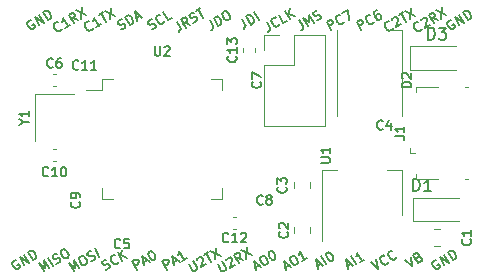
<source format=gbr>
%TF.GenerationSoftware,KiCad,Pcbnew,5.1.6+dfsg1-1*%
%TF.CreationDate,2020-06-20T18:18:21+08:00*%
%TF.ProjectId,stm32dev,73746d33-3264-4657-962e-6b696361645f,a*%
%TF.SameCoordinates,Original*%
%TF.FileFunction,Legend,Top*%
%TF.FilePolarity,Positive*%
%FSLAX46Y46*%
G04 Gerber Fmt 4.6, Leading zero omitted, Abs format (unit mm)*
G04 Created by KiCad (PCBNEW 5.1.6+dfsg1-1) date 2020-06-20 18:18:21*
%MOMM*%
%LPD*%
G01*
G04 APERTURE LIST*
%ADD10C,0.150000*%
%ADD11C,0.120000*%
G04 APERTURE END LIST*
D10*
X172627136Y-87588351D02*
X172542106Y-87593455D01*
X172443132Y-87650598D01*
X172363205Y-87740732D01*
X172335317Y-87844810D01*
X172340421Y-87929841D01*
X172383620Y-88080854D01*
X172440763Y-88179829D01*
X172549945Y-88292747D01*
X172621031Y-88339682D01*
X172725110Y-88367570D01*
X172843132Y-88343418D01*
X172909114Y-88305323D01*
X172989041Y-88215189D01*
X173002985Y-88163150D01*
X172869652Y-87932210D01*
X172737686Y-88008400D01*
X173338003Y-88057704D02*
X172938003Y-87364884D01*
X173733901Y-87829133D01*
X173333901Y-87136312D01*
X174063815Y-87638656D02*
X173663815Y-86945836D01*
X173828772Y-86850598D01*
X173946794Y-86826446D01*
X174050872Y-86854334D01*
X174121959Y-86901269D01*
X174231141Y-87014188D01*
X174288284Y-87113162D01*
X174331483Y-87264175D01*
X174336587Y-87349206D01*
X174308699Y-87453284D01*
X174228772Y-87543418D01*
X174063815Y-87638656D01*
X170166062Y-88334578D02*
X170152118Y-88386617D01*
X170072191Y-88476752D01*
X170006209Y-88514847D01*
X169888187Y-88538998D01*
X169784108Y-88511111D01*
X169713022Y-88464175D01*
X169603840Y-88351257D01*
X169546697Y-88252283D01*
X169503498Y-88101269D01*
X169498394Y-88016239D01*
X169526282Y-87912161D01*
X169606209Y-87822026D01*
X169672191Y-87783931D01*
X169790213Y-87759780D01*
X169842252Y-87773724D01*
X170106184Y-87621343D02*
X170120128Y-87569304D01*
X170167063Y-87498217D01*
X170332020Y-87402979D01*
X170417051Y-87397875D01*
X170469090Y-87411819D01*
X170540177Y-87458754D01*
X170578272Y-87524737D01*
X170602423Y-87642759D01*
X170435097Y-88267228D01*
X170863986Y-88019609D01*
X171556806Y-87619609D02*
X171135390Y-87423028D01*
X171160909Y-87848180D02*
X170760909Y-87155360D01*
X171024841Y-87002979D01*
X171109871Y-86997875D01*
X171161910Y-87011819D01*
X171232997Y-87058754D01*
X171290140Y-87157728D01*
X171295244Y-87242759D01*
X171281300Y-87294798D01*
X171234364Y-87365885D01*
X170970433Y-87518266D01*
X171387747Y-86793455D02*
X172249627Y-87219609D01*
X171849627Y-86526788D02*
X171787747Y-87486275D01*
X167708541Y-88286959D02*
X167694597Y-88338998D01*
X167614670Y-88429133D01*
X167548687Y-88467228D01*
X167430665Y-88491379D01*
X167326587Y-88463492D01*
X167255500Y-88416556D01*
X167146318Y-88303638D01*
X167089176Y-88204664D01*
X167045977Y-88053650D01*
X167040873Y-87968620D01*
X167068760Y-87864542D01*
X167148687Y-87774407D01*
X167214670Y-87736312D01*
X167332692Y-87712161D01*
X167384731Y-87726105D01*
X167648663Y-87573724D02*
X167662606Y-87521685D01*
X167709542Y-87450598D01*
X167874499Y-87355360D01*
X167959529Y-87350256D01*
X168011569Y-87364200D01*
X168082655Y-87411135D01*
X168120750Y-87477118D01*
X168144902Y-87595140D01*
X167977576Y-88219609D01*
X168406465Y-87971990D01*
X168204413Y-87164884D02*
X168600311Y-86936312D01*
X168802362Y-87743418D02*
X168402362Y-87050598D01*
X168765268Y-86841074D02*
X169627148Y-87267228D01*
X169227148Y-86574407D02*
X169165268Y-87533894D01*
X165058174Y-88438656D02*
X164658174Y-87745836D01*
X164922106Y-87593455D01*
X165007136Y-87588351D01*
X165059175Y-87602295D01*
X165130262Y-87649230D01*
X165187405Y-87748205D01*
X165192509Y-87833235D01*
X165178565Y-87885274D01*
X165131630Y-87956361D01*
X164867698Y-88108742D01*
X166108797Y-87744102D02*
X166094853Y-87796141D01*
X166014926Y-87886275D01*
X165948943Y-87924371D01*
X165830921Y-87948522D01*
X165726843Y-87920634D01*
X165655757Y-87873699D01*
X165546575Y-87760781D01*
X165489432Y-87661807D01*
X165446233Y-87510793D01*
X165441129Y-87425763D01*
X165469017Y-87321685D01*
X165548943Y-87231550D01*
X165614926Y-87193455D01*
X165732948Y-87169304D01*
X165784987Y-87183247D01*
X166340738Y-86774407D02*
X166208772Y-86850598D01*
X166161837Y-86921685D01*
X166147893Y-86973724D01*
X166139053Y-87110793D01*
X166182252Y-87261807D01*
X166334633Y-87525738D01*
X166405720Y-87572673D01*
X166457759Y-87586617D01*
X166542789Y-87581513D01*
X166674755Y-87505323D01*
X166721690Y-87434236D01*
X166735634Y-87382197D01*
X166730530Y-87297167D01*
X166635292Y-87132210D01*
X166564206Y-87085274D01*
X166512167Y-87071330D01*
X166427136Y-87076434D01*
X166295170Y-87152625D01*
X166248235Y-87223711D01*
X166234291Y-87275750D01*
X166239395Y-87360781D01*
X162518174Y-88438656D02*
X162118174Y-87745836D01*
X162382106Y-87593455D01*
X162467136Y-87588351D01*
X162519175Y-87602295D01*
X162590262Y-87649230D01*
X162647405Y-87748205D01*
X162652509Y-87833235D01*
X162638565Y-87885274D01*
X162591630Y-87956361D01*
X162327698Y-88108742D01*
X163568797Y-87744102D02*
X163554853Y-87796141D01*
X163474926Y-87886275D01*
X163408943Y-87924371D01*
X163290921Y-87948522D01*
X163186843Y-87920634D01*
X163115757Y-87873699D01*
X163006575Y-87760781D01*
X162949432Y-87661807D01*
X162906233Y-87510793D01*
X162901129Y-87425763D01*
X162929017Y-87321685D01*
X163008943Y-87231550D01*
X163074926Y-87193455D01*
X163192948Y-87169304D01*
X163244987Y-87183247D01*
X163437832Y-86983931D02*
X163899712Y-86717265D01*
X164002789Y-87581513D01*
X159809114Y-87612503D02*
X160094829Y-88107374D01*
X160118980Y-88225396D01*
X160091092Y-88329474D01*
X160011166Y-88419609D01*
X159945183Y-88457704D01*
X160539029Y-88114847D02*
X160139029Y-87422026D01*
X160655683Y-87783565D01*
X160600909Y-87155360D01*
X161000909Y-87848180D01*
X161278784Y-87643760D02*
X161396806Y-87619609D01*
X161561764Y-87524371D01*
X161608699Y-87453284D01*
X161622643Y-87401245D01*
X161617539Y-87316214D01*
X161579444Y-87250231D01*
X161508357Y-87203296D01*
X161456318Y-87189352D01*
X161371287Y-87194456D01*
X161220274Y-87237655D01*
X161135244Y-87242759D01*
X161083204Y-87228815D01*
X161012118Y-87181880D01*
X160974023Y-87115897D01*
X160968919Y-87030866D01*
X160982863Y-86978827D01*
X161029798Y-86907741D01*
X161194755Y-86812503D01*
X161312777Y-86788351D01*
X157021679Y-87755360D02*
X157307393Y-88250231D01*
X157331544Y-88368253D01*
X157303657Y-88472332D01*
X157223730Y-88562466D01*
X157157747Y-88600561D01*
X158109395Y-87963150D02*
X158095451Y-88015189D01*
X158015525Y-88105323D01*
X157949542Y-88143418D01*
X157831520Y-88167570D01*
X157727442Y-88139682D01*
X157656355Y-88092747D01*
X157547173Y-87979829D01*
X157490030Y-87880854D01*
X157446831Y-87729841D01*
X157441727Y-87644810D01*
X157469615Y-87540732D01*
X157549542Y-87450598D01*
X157615525Y-87412503D01*
X157733547Y-87388351D01*
X157785586Y-87402295D01*
X158774328Y-87667228D02*
X158444413Y-87857704D01*
X158044413Y-87164884D01*
X159005268Y-87533894D02*
X158605268Y-86841074D01*
X159401165Y-87305323D02*
X158875671Y-87080854D01*
X159001165Y-86612503D02*
X158833839Y-87236971D01*
X154943559Y-87488693D02*
X155229273Y-87983565D01*
X155253425Y-88101587D01*
X155225537Y-88205665D01*
X155145610Y-88295799D01*
X155079627Y-88333894D01*
X155673473Y-87991037D02*
X155273473Y-87298217D01*
X155438430Y-87202979D01*
X155556452Y-87178827D01*
X155660531Y-87206715D01*
X155731617Y-87253650D01*
X155840799Y-87366569D01*
X155897942Y-87465543D01*
X155941141Y-87616556D01*
X155946245Y-87701587D01*
X155918357Y-87805665D01*
X155838430Y-87895799D01*
X155673473Y-87991037D01*
X156366294Y-87591037D02*
X155966294Y-86898217D01*
X152205610Y-87602979D02*
X152491324Y-88097851D01*
X152515476Y-88215872D01*
X152487588Y-88319951D01*
X152407662Y-88410085D01*
X152341679Y-88448180D01*
X152935525Y-88105323D02*
X152535525Y-87412503D01*
X152700482Y-87317265D01*
X152818504Y-87293113D01*
X152922582Y-87321001D01*
X152993669Y-87367936D01*
X153102851Y-87480854D01*
X153159993Y-87579829D01*
X153203192Y-87730842D01*
X153208296Y-87815872D01*
X153180409Y-87919951D01*
X153100482Y-88010085D01*
X152935525Y-88105323D01*
X153360311Y-86936312D02*
X153492276Y-86860122D01*
X153577307Y-86855018D01*
X153681385Y-86882906D01*
X153790567Y-86995824D01*
X153923900Y-87226764D01*
X153967099Y-87377777D01*
X153939212Y-87481855D01*
X153892276Y-87552942D01*
X153760311Y-87629133D01*
X153675280Y-87634236D01*
X153571202Y-87606349D01*
X153462020Y-87493430D01*
X153328687Y-87262490D01*
X153285488Y-87111477D01*
X153313375Y-87007399D01*
X153360311Y-86936312D01*
X149434670Y-87736312D02*
X149720384Y-88231184D01*
X149744536Y-88349206D01*
X149716648Y-88453284D01*
X149636721Y-88543418D01*
X149570739Y-88581513D01*
X150560482Y-88010085D02*
X150139066Y-87813504D01*
X150164584Y-88238656D02*
X149764584Y-87545836D01*
X150028516Y-87393455D01*
X150113547Y-87388351D01*
X150165586Y-87402295D01*
X150236672Y-87449230D01*
X150293815Y-87548205D01*
X150298919Y-87633235D01*
X150284975Y-87685274D01*
X150238040Y-87756361D01*
X149974108Y-87908742D01*
X150805366Y-87824712D02*
X150923388Y-87800561D01*
X151088345Y-87705323D01*
X151135280Y-87634236D01*
X151149224Y-87582197D01*
X151144120Y-87497167D01*
X151106025Y-87431184D01*
X151034938Y-87384249D01*
X150982899Y-87370305D01*
X150897869Y-87375409D01*
X150746855Y-87418608D01*
X150661825Y-87423711D01*
X150609786Y-87409768D01*
X150538699Y-87362832D01*
X150500604Y-87296849D01*
X150495500Y-87211819D01*
X150509444Y-87159780D01*
X150556379Y-87088693D01*
X150721336Y-86993455D01*
X150839358Y-86969304D01*
X151018259Y-86822026D02*
X151414157Y-86593455D01*
X151616208Y-87400561D02*
X151216208Y-86707741D01*
X147292118Y-88386617D02*
X147410140Y-88362466D01*
X147575097Y-88267228D01*
X147622033Y-88196141D01*
X147635976Y-88144102D01*
X147630873Y-88059071D01*
X147592777Y-87993089D01*
X147521691Y-87946153D01*
X147469652Y-87932210D01*
X147384621Y-87937313D01*
X147233608Y-87980512D01*
X147148577Y-87985616D01*
X147096538Y-87971672D01*
X147025451Y-87924737D01*
X146987356Y-87858754D01*
X146982252Y-87773724D01*
X146996196Y-87721685D01*
X147043132Y-87650598D01*
X147208089Y-87555360D01*
X147326111Y-87531208D01*
X148361788Y-87725054D02*
X148347844Y-87777093D01*
X148267918Y-87867228D01*
X148201935Y-87905323D01*
X148083913Y-87929474D01*
X147979835Y-87901587D01*
X147908748Y-87854651D01*
X147799566Y-87741733D01*
X147742423Y-87642759D01*
X147699224Y-87491746D01*
X147694120Y-87406715D01*
X147722008Y-87302637D01*
X147801935Y-87212503D01*
X147867918Y-87174407D01*
X147985940Y-87150256D01*
X148037979Y-87164200D01*
X149026721Y-87429133D02*
X148696806Y-87619609D01*
X148296806Y-86926788D01*
X144735622Y-88396141D02*
X144853644Y-88371990D01*
X145018602Y-88276752D01*
X145065537Y-88205665D01*
X145079481Y-88153626D01*
X145074377Y-88068595D01*
X145036282Y-88002612D01*
X144965195Y-87955677D01*
X144913156Y-87941733D01*
X144828125Y-87946837D01*
X144677112Y-87990036D01*
X144592082Y-87995140D01*
X144540042Y-87981196D01*
X144468956Y-87934261D01*
X144430861Y-87868278D01*
X144425757Y-87783247D01*
X144439701Y-87731208D01*
X144486636Y-87660122D01*
X144651593Y-87564884D01*
X144769615Y-87540732D01*
X145447490Y-88029133D02*
X145047490Y-87336312D01*
X145212448Y-87241074D01*
X145330470Y-87216923D01*
X145434548Y-87244810D01*
X145505634Y-87291746D01*
X145614816Y-87404664D01*
X145671959Y-87503638D01*
X145715158Y-87654651D01*
X145720262Y-87739682D01*
X145692374Y-87843760D01*
X145612448Y-87933894D01*
X145447490Y-88029133D01*
X145993034Y-87450231D02*
X146322948Y-87259755D01*
X146041336Y-87686275D02*
X145872276Y-86860122D01*
X146503217Y-87419609D01*
X142308541Y-88286959D02*
X142294597Y-88338998D01*
X142214670Y-88429133D01*
X142148687Y-88467228D01*
X142030665Y-88491379D01*
X141926587Y-88463492D01*
X141855500Y-88416556D01*
X141746318Y-88303638D01*
X141689176Y-88204664D01*
X141645977Y-88053650D01*
X141640873Y-87968620D01*
X141668760Y-87864542D01*
X141748687Y-87774407D01*
X141814670Y-87736312D01*
X141932692Y-87712161D01*
X141984731Y-87726105D01*
X143006465Y-87971990D02*
X142610567Y-88200561D01*
X142808516Y-88086275D02*
X142408516Y-87393455D01*
X142399676Y-87530525D01*
X142371788Y-87634603D01*
X142324853Y-87705689D01*
X142804413Y-87164884D02*
X143200311Y-86936312D01*
X143402362Y-87743418D02*
X143002362Y-87050598D01*
X143365268Y-86841074D02*
X144227148Y-87267228D01*
X143827148Y-86574407D02*
X143765268Y-87533894D01*
X139686062Y-88334578D02*
X139672118Y-88386617D01*
X139592191Y-88476752D01*
X139526209Y-88514847D01*
X139408187Y-88538998D01*
X139304108Y-88511111D01*
X139233022Y-88464175D01*
X139123840Y-88351257D01*
X139066697Y-88252283D01*
X139023498Y-88101269D01*
X139018394Y-88016239D01*
X139046282Y-87912161D01*
X139126209Y-87822026D01*
X139192191Y-87783931D01*
X139310213Y-87759780D01*
X139362252Y-87773724D01*
X140383986Y-88019609D02*
X139988089Y-88248180D01*
X140186037Y-88133894D02*
X139786037Y-87441074D01*
X139777197Y-87578144D01*
X139749310Y-87682222D01*
X139702374Y-87753308D01*
X141076806Y-87619609D02*
X140655390Y-87423028D01*
X140680909Y-87848180D02*
X140280909Y-87155360D01*
X140544841Y-87002979D01*
X140629871Y-86997875D01*
X140681910Y-87011819D01*
X140752997Y-87058754D01*
X140810140Y-87157728D01*
X140815244Y-87242759D01*
X140801300Y-87294798D01*
X140754364Y-87365885D01*
X140490433Y-87518266D01*
X140907747Y-86793455D02*
X141769627Y-87219609D01*
X141369627Y-86526788D02*
X141307747Y-87486275D01*
X137067136Y-87588351D02*
X136982106Y-87593455D01*
X136883132Y-87650598D01*
X136803205Y-87740732D01*
X136775317Y-87844810D01*
X136780421Y-87929841D01*
X136823620Y-88080854D01*
X136880763Y-88179829D01*
X136989945Y-88292747D01*
X137061031Y-88339682D01*
X137165110Y-88367570D01*
X137283132Y-88343418D01*
X137349114Y-88305323D01*
X137429041Y-88215189D01*
X137442985Y-88163150D01*
X137309652Y-87932210D01*
X137177686Y-88008400D01*
X137778003Y-88057704D02*
X137378003Y-87364884D01*
X138173901Y-87829133D01*
X137773901Y-87136312D01*
X138503815Y-87638656D02*
X138103815Y-86945836D01*
X138268772Y-86850598D01*
X138386794Y-86826446D01*
X138490872Y-86854334D01*
X138561959Y-86901269D01*
X138671141Y-87014188D01*
X138728284Y-87113162D01*
X138771483Y-87264175D01*
X138776587Y-87349206D01*
X138748699Y-87453284D01*
X138668772Y-87543418D01*
X138503815Y-87638656D01*
X171357136Y-107908351D02*
X171272106Y-107913455D01*
X171173132Y-107970598D01*
X171093205Y-108060732D01*
X171065317Y-108164810D01*
X171070421Y-108249841D01*
X171113620Y-108400854D01*
X171170763Y-108499829D01*
X171279945Y-108612747D01*
X171351031Y-108659682D01*
X171455110Y-108687570D01*
X171573132Y-108663418D01*
X171639114Y-108625323D01*
X171719041Y-108535189D01*
X171732985Y-108483150D01*
X171599652Y-108252210D01*
X171467686Y-108328400D01*
X172068003Y-108377704D02*
X171668003Y-107684884D01*
X172463901Y-108149133D01*
X172063901Y-107456312D01*
X172793815Y-107958656D02*
X172393815Y-107265836D01*
X172558772Y-107170598D01*
X172676794Y-107146446D01*
X172780872Y-107174334D01*
X172851959Y-107221269D01*
X172961141Y-107334188D01*
X173018284Y-107433162D01*
X173061483Y-107584175D01*
X173066587Y-107669206D01*
X173038699Y-107773284D01*
X172958772Y-107863418D01*
X172793815Y-107958656D01*
X168748602Y-107903931D02*
X169379542Y-108463418D01*
X169210482Y-107637265D01*
X169862838Y-107700512D02*
X169980860Y-107676361D01*
X170032899Y-107690305D01*
X170103986Y-107737240D01*
X170161129Y-107836214D01*
X170166233Y-107921245D01*
X170152289Y-107973284D01*
X170105353Y-108044371D01*
X169841422Y-108196752D01*
X169441422Y-107503931D01*
X169672362Y-107370598D01*
X169757393Y-107365494D01*
X169809432Y-107379438D01*
X169880518Y-107426373D01*
X169918614Y-107492356D01*
X169923717Y-107577387D01*
X169909774Y-107629426D01*
X169862838Y-107700512D01*
X169631898Y-107833846D01*
X165862191Y-108103931D02*
X166493132Y-108663418D01*
X166324072Y-107837265D01*
X167312814Y-108102197D02*
X167298870Y-108154236D01*
X167218943Y-108244371D01*
X167152960Y-108282466D01*
X167034938Y-108306617D01*
X166930860Y-108278730D01*
X166859774Y-108231794D01*
X166750592Y-108118876D01*
X166693449Y-108019902D01*
X166650250Y-107868888D01*
X166645146Y-107783858D01*
X166673034Y-107679780D01*
X166752960Y-107589646D01*
X166818943Y-107551550D01*
X166936965Y-107527399D01*
X166989004Y-107541343D01*
X168005634Y-107702197D02*
X167991690Y-107754236D01*
X167911764Y-107844371D01*
X167845781Y-107882466D01*
X167727759Y-107906617D01*
X167623681Y-107878730D01*
X167552594Y-107831794D01*
X167443412Y-107718876D01*
X167386269Y-107619902D01*
X167343070Y-107468888D01*
X167337966Y-107383858D01*
X167365854Y-107279780D01*
X167445781Y-107189646D01*
X167511764Y-107151550D01*
X167629786Y-107127399D01*
X167681825Y-107141343D01*
X163871837Y-108446422D02*
X164201752Y-108255946D01*
X163920140Y-108682466D02*
X163751080Y-107856312D01*
X164382020Y-108415799D01*
X164612960Y-108282466D02*
X164212960Y-107589646D01*
X165305781Y-107882466D02*
X164909883Y-108111037D01*
X165107832Y-107996752D02*
X164707832Y-107303931D01*
X164698992Y-107441001D01*
X164671104Y-107545079D01*
X164624169Y-107616166D01*
X161331837Y-108446422D02*
X161661752Y-108255946D01*
X161380140Y-108682466D02*
X161211080Y-107856312D01*
X161842020Y-108415799D01*
X162072960Y-108282466D02*
X161672960Y-107589646D01*
X162134841Y-107322979D02*
X162200824Y-107284884D01*
X162285854Y-107279780D01*
X162337893Y-107293724D01*
X162408980Y-107340659D01*
X162518162Y-107453577D01*
X162613400Y-107618534D01*
X162656599Y-107769548D01*
X162661703Y-107854578D01*
X162647759Y-107906617D01*
X162600824Y-107977704D01*
X162534841Y-108015799D01*
X162449810Y-108020903D01*
X162397771Y-108006959D01*
X162326684Y-107960024D01*
X162217502Y-107847106D01*
X162122264Y-107682148D01*
X162079065Y-107531135D01*
X162073962Y-107446105D01*
X162087905Y-107394066D01*
X162134841Y-107322979D01*
X158593889Y-108560708D02*
X158923803Y-108370231D01*
X158642191Y-108796752D02*
X158473132Y-107970598D01*
X159104072Y-108530085D01*
X159066978Y-107627741D02*
X159198943Y-107551550D01*
X159283974Y-107546446D01*
X159388052Y-107574334D01*
X159497234Y-107687252D01*
X159630567Y-107918192D01*
X159673766Y-108069206D01*
X159645879Y-108173284D01*
X159598943Y-108244371D01*
X159466978Y-108320561D01*
X159381947Y-108325665D01*
X159277869Y-108297777D01*
X159168687Y-108184859D01*
X159035354Y-107953919D01*
X158992155Y-107802906D01*
X159020042Y-107698827D01*
X159066978Y-107627741D01*
X160423729Y-107768180D02*
X160027832Y-107996752D01*
X160225781Y-107882466D02*
X159825781Y-107189646D01*
X159816941Y-107326715D01*
X159789053Y-107430793D01*
X159742118Y-107501880D01*
X156053889Y-108560708D02*
X156383803Y-108370231D01*
X156102191Y-108796752D02*
X155933132Y-107970598D01*
X156564072Y-108530085D01*
X156526978Y-107627741D02*
X156658943Y-107551550D01*
X156743974Y-107546446D01*
X156848052Y-107574334D01*
X156957234Y-107687252D01*
X157090567Y-107918192D01*
X157133766Y-108069206D01*
X157105879Y-108173284D01*
X157058943Y-108244371D01*
X156926978Y-108320561D01*
X156841947Y-108325665D01*
X156737869Y-108297777D01*
X156628687Y-108184859D01*
X156495354Y-107953919D01*
X156452155Y-107802906D01*
X156480042Y-107698827D01*
X156526978Y-107627741D01*
X157252789Y-107208693D02*
X157318772Y-107170598D01*
X157403803Y-107165494D01*
X157455842Y-107179438D01*
X157526928Y-107226373D01*
X157636110Y-107339291D01*
X157731348Y-107504249D01*
X157774548Y-107655262D01*
X157779651Y-107740292D01*
X157765707Y-107792332D01*
X157718772Y-107863418D01*
X157652789Y-107901513D01*
X157567759Y-107906617D01*
X157515720Y-107892673D01*
X157444633Y-107845738D01*
X157335451Y-107732820D01*
X157240213Y-107567863D01*
X157197014Y-107416849D01*
X157191910Y-107331819D01*
X157205854Y-107279780D01*
X157252789Y-107208693D01*
X152881764Y-108265836D02*
X153205574Y-108826691D01*
X153276660Y-108873626D01*
X153328699Y-108887570D01*
X153413730Y-108882466D01*
X153545696Y-108806275D01*
X153592631Y-108735189D01*
X153606575Y-108683150D01*
X153601471Y-108598119D01*
X153277662Y-108037265D01*
X153612680Y-107931819D02*
X153626624Y-107879780D01*
X153673559Y-107808693D01*
X153838516Y-107713455D01*
X153923547Y-107708351D01*
X153975586Y-107722295D01*
X154046672Y-107769230D01*
X154084768Y-107835213D01*
X154108919Y-107953235D01*
X153941593Y-108577704D01*
X154370482Y-108330085D01*
X155063302Y-107930085D02*
X154641886Y-107733504D01*
X154667405Y-108158656D02*
X154267405Y-107465836D01*
X154531336Y-107313455D01*
X154616367Y-107308351D01*
X154668406Y-107322295D01*
X154739493Y-107369230D01*
X154796635Y-107468205D01*
X154801739Y-107553235D01*
X154787795Y-107605274D01*
X154740860Y-107676361D01*
X154476929Y-107828742D01*
X154894242Y-107103931D02*
X155756122Y-107530085D01*
X155356122Y-106837265D02*
X155294242Y-107796752D01*
X150424243Y-108218217D02*
X150748052Y-108779071D01*
X150819139Y-108826007D01*
X150871178Y-108839951D01*
X150956209Y-108834847D01*
X151088174Y-108758656D01*
X151135110Y-108687570D01*
X151149053Y-108635531D01*
X151143950Y-108550500D01*
X150820140Y-107989646D01*
X151155158Y-107884200D02*
X151169102Y-107832161D01*
X151216037Y-107761074D01*
X151380995Y-107665836D01*
X151466025Y-107660732D01*
X151518064Y-107674676D01*
X151589151Y-107721611D01*
X151627246Y-107787594D01*
X151651398Y-107905616D01*
X151484072Y-108530085D01*
X151912960Y-108282466D01*
X151710909Y-107475360D02*
X152106806Y-107246788D01*
X152308858Y-108053894D02*
X151908858Y-107361074D01*
X152271764Y-107151550D02*
X153133644Y-107577704D01*
X152733644Y-106884884D02*
X152671764Y-107844371D01*
X148597662Y-108730085D02*
X148197662Y-108037265D01*
X148461593Y-107884884D01*
X148546624Y-107879780D01*
X148598663Y-107893724D01*
X148669749Y-107940659D01*
X148726892Y-108039633D01*
X148731996Y-108124664D01*
X148718052Y-108176703D01*
X148671117Y-108247789D01*
X148407185Y-108400170D01*
X149143205Y-108151184D02*
X149473119Y-107960708D01*
X149191507Y-108387228D02*
X149022448Y-107561074D01*
X149653388Y-108120561D01*
X150247234Y-107777704D02*
X149851336Y-108006275D01*
X150049285Y-107891990D02*
X149649285Y-107199169D01*
X149640445Y-107336239D01*
X149612557Y-107440317D01*
X149565622Y-107511404D01*
X146057662Y-108730085D02*
X145657662Y-108037265D01*
X145921593Y-107884884D01*
X146006624Y-107879780D01*
X146058663Y-107893724D01*
X146129749Y-107940659D01*
X146186892Y-108039633D01*
X146191996Y-108124664D01*
X146178052Y-108176703D01*
X146131117Y-108247789D01*
X145867185Y-108400170D01*
X146603205Y-108151184D02*
X146933119Y-107960708D01*
X146651507Y-108387228D02*
X146482448Y-107561074D01*
X147113388Y-108120561D01*
X147076294Y-107218217D02*
X147142276Y-107180122D01*
X147227307Y-107175018D01*
X147279346Y-107188962D01*
X147350433Y-107235897D01*
X147459615Y-107348815D01*
X147554853Y-107513772D01*
X147598052Y-107664786D01*
X147603156Y-107749816D01*
X147589212Y-107801855D01*
X147542276Y-107872942D01*
X147476294Y-107911037D01*
X147391263Y-107916141D01*
X147339224Y-107902197D01*
X147268137Y-107855262D01*
X147158955Y-107742344D01*
X147063717Y-107577387D01*
X147020518Y-107426373D01*
X147015415Y-107341343D01*
X147029358Y-107289304D01*
X147076294Y-107218217D01*
X143416135Y-108744712D02*
X143534157Y-108720561D01*
X143699114Y-108625323D01*
X143746050Y-108554236D01*
X143759994Y-108502197D01*
X143754890Y-108417167D01*
X143716795Y-108351184D01*
X143645708Y-108304249D01*
X143593669Y-108290305D01*
X143508638Y-108295409D01*
X143357625Y-108338608D01*
X143272594Y-108343711D01*
X143220555Y-108329768D01*
X143149469Y-108282832D01*
X143111373Y-108216849D01*
X143106270Y-108131819D01*
X143120213Y-108079780D01*
X143167149Y-108008693D01*
X143332106Y-107913455D01*
X143450128Y-107889304D01*
X144485805Y-108083150D02*
X144471861Y-108135189D01*
X144391935Y-108225323D01*
X144325952Y-108263418D01*
X144207930Y-108287570D01*
X144103852Y-108259682D01*
X144032765Y-108212747D01*
X143923583Y-108099829D01*
X143866440Y-108000854D01*
X143823241Y-107849841D01*
X143818138Y-107764810D01*
X143846025Y-107660732D01*
X143925952Y-107570598D01*
X143991935Y-107532503D01*
X144109957Y-107508351D01*
X144161996Y-107522295D01*
X144820824Y-107977704D02*
X144420824Y-107284884D01*
X145216721Y-107749133D02*
X144691226Y-107524664D01*
X144816721Y-107056312D02*
X144649395Y-107680781D01*
X140697234Y-108891990D02*
X140297234Y-108199169D01*
X140813889Y-108560708D01*
X140759114Y-107932503D01*
X141159114Y-108625323D01*
X141220995Y-107665836D02*
X141352960Y-107589646D01*
X141437991Y-107584542D01*
X141542069Y-107612429D01*
X141651251Y-107725348D01*
X141784584Y-107956288D01*
X141827783Y-108107301D01*
X141799896Y-108211379D01*
X141752960Y-108282466D01*
X141620995Y-108358656D01*
X141535964Y-108363760D01*
X141431886Y-108335872D01*
X141322704Y-108222954D01*
X141189371Y-107992014D01*
X141146172Y-107841001D01*
X141174059Y-107736923D01*
X141220995Y-107665836D01*
X142162802Y-108001855D02*
X142280824Y-107977704D01*
X142445781Y-107882466D01*
X142492716Y-107811379D01*
X142506660Y-107759340D01*
X142501556Y-107674310D01*
X142463461Y-107608327D01*
X142392374Y-107561391D01*
X142340335Y-107547448D01*
X142255305Y-107552551D01*
X142104291Y-107595750D01*
X142019261Y-107600854D01*
X141967222Y-107586910D01*
X141896135Y-107539975D01*
X141858040Y-107473992D01*
X141852936Y-107388962D01*
X141866880Y-107336923D01*
X141913815Y-107265836D01*
X142078772Y-107170598D01*
X142196794Y-107146446D01*
X142874670Y-107634847D02*
X142474670Y-106942026D01*
X138157234Y-108891990D02*
X137757234Y-108199169D01*
X138273889Y-108560708D01*
X138219114Y-107932503D01*
X138619114Y-108625323D01*
X138949029Y-108434847D02*
X138549029Y-107742026D01*
X139226904Y-108230427D02*
X139344926Y-108206275D01*
X139509883Y-108111037D01*
X139556819Y-108039951D01*
X139570763Y-107987912D01*
X139565659Y-107902881D01*
X139527563Y-107836898D01*
X139456477Y-107789963D01*
X139404438Y-107776019D01*
X139319407Y-107781123D01*
X139168394Y-107824322D01*
X139083363Y-107829426D01*
X139031324Y-107815482D01*
X138960238Y-107768547D01*
X138922142Y-107702564D01*
X138917039Y-107617533D01*
X138930982Y-107565494D01*
X138977918Y-107494407D01*
X139142875Y-107399169D01*
X139260897Y-107375018D01*
X139670738Y-107094407D02*
X139802704Y-107018217D01*
X139887734Y-107013113D01*
X139991812Y-107041001D01*
X140100994Y-107153919D01*
X140234328Y-107384859D01*
X140277527Y-107535872D01*
X140249639Y-107639951D01*
X140202704Y-107711037D01*
X140070738Y-107787228D01*
X139985707Y-107792332D01*
X139881629Y-107764444D01*
X139772447Y-107651526D01*
X139639114Y-107420586D01*
X139595915Y-107269572D01*
X139623803Y-107165494D01*
X139670738Y-107094407D01*
X135797136Y-107908351D02*
X135712106Y-107913455D01*
X135613132Y-107970598D01*
X135533205Y-108060732D01*
X135505317Y-108164810D01*
X135510421Y-108249841D01*
X135553620Y-108400854D01*
X135610763Y-108499829D01*
X135719945Y-108612747D01*
X135791031Y-108659682D01*
X135895110Y-108687570D01*
X136013132Y-108663418D01*
X136079114Y-108625323D01*
X136159041Y-108535189D01*
X136172985Y-108483150D01*
X136039652Y-108252210D01*
X135907686Y-108328400D01*
X136508003Y-108377704D02*
X136108003Y-107684884D01*
X136903901Y-108149133D01*
X136503901Y-107456312D01*
X137233815Y-107958656D02*
X136833815Y-107265836D01*
X136998772Y-107170598D01*
X137116794Y-107146446D01*
X137220872Y-107174334D01*
X137291959Y-107221269D01*
X137401141Y-107334188D01*
X137458284Y-107433162D01*
X137501483Y-107584175D01*
X137506587Y-107669206D01*
X137478699Y-107773284D01*
X137398772Y-107863418D01*
X137233815Y-107958656D01*
D11*
%TO.C,D3*%
X169200000Y-89805000D02*
X173100000Y-89805000D01*
X169200000Y-91805000D02*
X173100000Y-91805000D01*
X169200000Y-89805000D02*
X169200000Y-91805000D01*
%TO.C,D1*%
X169454000Y-102632000D02*
X173354000Y-102632000D01*
X169454000Y-104632000D02*
X173354000Y-104632000D01*
X169454000Y-102632000D02*
X169454000Y-104632000D01*
%TO.C,C10*%
X139227779Y-98550000D02*
X138902221Y-98550000D01*
X139227779Y-99570000D02*
X138902221Y-99570000D01*
%TO.C,C6*%
X138902221Y-93220000D02*
X139227779Y-93220000D01*
X138902221Y-92200000D02*
X139227779Y-92200000D01*
%TO.C,C13*%
X155065000Y-90332779D02*
X155065000Y-90007221D01*
X156085000Y-90332779D02*
X156085000Y-90007221D01*
%TO.C,C12*%
X154142221Y-104265000D02*
X154467779Y-104265000D01*
X154142221Y-105285000D02*
X154467779Y-105285000D01*
%TO.C,D2*%
X162985000Y-95725000D02*
X162985000Y-88425000D01*
X168485000Y-95725000D02*
X168485000Y-88425000D01*
X168485000Y-88425000D02*
X167335000Y-88425000D01*
%TO.C,J5*%
X156785000Y-96580000D02*
X161985000Y-96580000D01*
X156785000Y-91440000D02*
X156785000Y-96580000D01*
X161985000Y-88840000D02*
X161985000Y-96580000D01*
X156785000Y-91440000D02*
X159385000Y-91440000D01*
X159385000Y-91440000D02*
X159385000Y-88840000D01*
X159385000Y-88840000D02*
X161985000Y-88840000D01*
X156785000Y-90170000D02*
X156785000Y-88840000D01*
X156785000Y-88840000D02*
X158115000Y-88840000D01*
%TO.C,J1*%
X169687500Y-101055000D02*
X169687500Y-100605000D01*
X171537500Y-101055000D02*
X169687500Y-101055000D01*
X174087500Y-93255000D02*
X173837500Y-93255000D01*
X174087500Y-101055000D02*
X173837500Y-101055000D01*
X171537500Y-93255000D02*
X169687500Y-93255000D01*
X169687500Y-93255000D02*
X169687500Y-93705000D01*
X169137500Y-98855000D02*
X169137500Y-98405000D01*
X169137500Y-98855000D02*
X169587500Y-98855000D01*
%TO.C,U1*%
X168510000Y-100325000D02*
X167250000Y-100325000D01*
X161690000Y-100325000D02*
X162950000Y-100325000D01*
X168510000Y-104085000D02*
X168510000Y-100325000D01*
X161690000Y-106335000D02*
X161690000Y-100325000D01*
%TO.C,C3*%
X159310000Y-101858578D02*
X159310000Y-101341422D01*
X160730000Y-101858578D02*
X160730000Y-101341422D01*
%TO.C,C2*%
X160730000Y-105151422D02*
X160730000Y-105668578D01*
X159310000Y-105151422D02*
X159310000Y-105668578D01*
%TO.C,C1*%
X171191422Y-105335000D02*
X171708578Y-105335000D01*
X171191422Y-106755000D02*
X171708578Y-106755000D01*
%TO.C,Y1*%
X140715000Y-93885000D02*
X137415000Y-93885000D01*
X137415000Y-93885000D02*
X137415000Y-97885000D01*
%TO.C,U2*%
X152325000Y-102775000D02*
X153275000Y-102775000D01*
X153275000Y-102775000D02*
X153275000Y-101825000D01*
X144005000Y-102775000D02*
X143055000Y-102775000D01*
X143055000Y-102775000D02*
X143055000Y-101825000D01*
X152325000Y-92555000D02*
X153275000Y-92555000D01*
X153275000Y-92555000D02*
X153275000Y-93505000D01*
X144005000Y-92555000D02*
X143055000Y-92555000D01*
X143055000Y-92555000D02*
X143055000Y-93505000D01*
X143055000Y-93505000D02*
X141715000Y-93505000D01*
%TO.C,D3*%
D10*
X170711904Y-89257380D02*
X170711904Y-88257380D01*
X170950000Y-88257380D01*
X171092857Y-88305000D01*
X171188095Y-88400238D01*
X171235714Y-88495476D01*
X171283333Y-88685952D01*
X171283333Y-88828809D01*
X171235714Y-89019285D01*
X171188095Y-89114523D01*
X171092857Y-89209761D01*
X170950000Y-89257380D01*
X170711904Y-89257380D01*
X171616666Y-88257380D02*
X172235714Y-88257380D01*
X171902380Y-88638333D01*
X172045238Y-88638333D01*
X172140476Y-88685952D01*
X172188095Y-88733571D01*
X172235714Y-88828809D01*
X172235714Y-89066904D01*
X172188095Y-89162142D01*
X172140476Y-89209761D01*
X172045238Y-89257380D01*
X171759523Y-89257380D01*
X171664285Y-89209761D01*
X171616666Y-89162142D01*
%TO.C,D1*%
X169441904Y-102084380D02*
X169441904Y-101084380D01*
X169680000Y-101084380D01*
X169822857Y-101132000D01*
X169918095Y-101227238D01*
X169965714Y-101322476D01*
X170013333Y-101512952D01*
X170013333Y-101655809D01*
X169965714Y-101846285D01*
X169918095Y-101941523D01*
X169822857Y-102036761D01*
X169680000Y-102084380D01*
X169441904Y-102084380D01*
X170965714Y-102084380D02*
X170394285Y-102084380D01*
X170680000Y-102084380D02*
X170680000Y-101084380D01*
X170584761Y-101227238D01*
X170489523Y-101322476D01*
X170394285Y-101370095D01*
%TO.C,C10*%
X138550714Y-100775714D02*
X138512619Y-100813809D01*
X138398333Y-100851904D01*
X138322142Y-100851904D01*
X138207857Y-100813809D01*
X138131666Y-100737619D01*
X138093571Y-100661428D01*
X138055476Y-100509047D01*
X138055476Y-100394761D01*
X138093571Y-100242380D01*
X138131666Y-100166190D01*
X138207857Y-100090000D01*
X138322142Y-100051904D01*
X138398333Y-100051904D01*
X138512619Y-100090000D01*
X138550714Y-100128095D01*
X139312619Y-100851904D02*
X138855476Y-100851904D01*
X139084047Y-100851904D02*
X139084047Y-100051904D01*
X139007857Y-100166190D01*
X138931666Y-100242380D01*
X138855476Y-100280476D01*
X139807857Y-100051904D02*
X139884047Y-100051904D01*
X139960238Y-100090000D01*
X139998333Y-100128095D01*
X140036428Y-100204285D01*
X140074523Y-100356666D01*
X140074523Y-100547142D01*
X140036428Y-100699523D01*
X139998333Y-100775714D01*
X139960238Y-100813809D01*
X139884047Y-100851904D01*
X139807857Y-100851904D01*
X139731666Y-100813809D01*
X139693571Y-100775714D01*
X139655476Y-100699523D01*
X139617380Y-100547142D01*
X139617380Y-100356666D01*
X139655476Y-100204285D01*
X139693571Y-100128095D01*
X139731666Y-100090000D01*
X139807857Y-100051904D01*
%TO.C,C6*%
X138931666Y-91565714D02*
X138893571Y-91603809D01*
X138779285Y-91641904D01*
X138703095Y-91641904D01*
X138588809Y-91603809D01*
X138512619Y-91527619D01*
X138474523Y-91451428D01*
X138436428Y-91299047D01*
X138436428Y-91184761D01*
X138474523Y-91032380D01*
X138512619Y-90956190D01*
X138588809Y-90880000D01*
X138703095Y-90841904D01*
X138779285Y-90841904D01*
X138893571Y-90880000D01*
X138931666Y-90918095D01*
X139617380Y-90841904D02*
X139465000Y-90841904D01*
X139388809Y-90880000D01*
X139350714Y-90918095D01*
X139274523Y-91032380D01*
X139236428Y-91184761D01*
X139236428Y-91489523D01*
X139274523Y-91565714D01*
X139312619Y-91603809D01*
X139388809Y-91641904D01*
X139541190Y-91641904D01*
X139617380Y-91603809D01*
X139655476Y-91565714D01*
X139693571Y-91489523D01*
X139693571Y-91299047D01*
X139655476Y-91222857D01*
X139617380Y-91184761D01*
X139541190Y-91146666D01*
X139388809Y-91146666D01*
X139312619Y-91184761D01*
X139274523Y-91222857D01*
X139236428Y-91299047D01*
%TO.C,C13*%
X154430714Y-90684285D02*
X154468809Y-90722380D01*
X154506904Y-90836666D01*
X154506904Y-90912857D01*
X154468809Y-91027142D01*
X154392619Y-91103333D01*
X154316428Y-91141428D01*
X154164047Y-91179523D01*
X154049761Y-91179523D01*
X153897380Y-91141428D01*
X153821190Y-91103333D01*
X153745000Y-91027142D01*
X153706904Y-90912857D01*
X153706904Y-90836666D01*
X153745000Y-90722380D01*
X153783095Y-90684285D01*
X154506904Y-89922380D02*
X154506904Y-90379523D01*
X154506904Y-90150952D02*
X153706904Y-90150952D01*
X153821190Y-90227142D01*
X153897380Y-90303333D01*
X153935476Y-90379523D01*
X153706904Y-89655714D02*
X153706904Y-89160476D01*
X154011666Y-89427142D01*
X154011666Y-89312857D01*
X154049761Y-89236666D01*
X154087857Y-89198571D01*
X154164047Y-89160476D01*
X154354523Y-89160476D01*
X154430714Y-89198571D01*
X154468809Y-89236666D01*
X154506904Y-89312857D01*
X154506904Y-89541428D01*
X154468809Y-89617619D01*
X154430714Y-89655714D01*
%TO.C,C12*%
X153790714Y-106330714D02*
X153752619Y-106368809D01*
X153638333Y-106406904D01*
X153562142Y-106406904D01*
X153447857Y-106368809D01*
X153371666Y-106292619D01*
X153333571Y-106216428D01*
X153295476Y-106064047D01*
X153295476Y-105949761D01*
X153333571Y-105797380D01*
X153371666Y-105721190D01*
X153447857Y-105645000D01*
X153562142Y-105606904D01*
X153638333Y-105606904D01*
X153752619Y-105645000D01*
X153790714Y-105683095D01*
X154552619Y-106406904D02*
X154095476Y-106406904D01*
X154324047Y-106406904D02*
X154324047Y-105606904D01*
X154247857Y-105721190D01*
X154171666Y-105797380D01*
X154095476Y-105835476D01*
X154857380Y-105683095D02*
X154895476Y-105645000D01*
X154971666Y-105606904D01*
X155162142Y-105606904D01*
X155238333Y-105645000D01*
X155276428Y-105683095D01*
X155314523Y-105759285D01*
X155314523Y-105835476D01*
X155276428Y-105949761D01*
X154819285Y-106406904D01*
X155314523Y-106406904D01*
%TO.C,C11*%
X141090714Y-91725714D02*
X141052619Y-91763809D01*
X140938333Y-91801904D01*
X140862142Y-91801904D01*
X140747857Y-91763809D01*
X140671666Y-91687619D01*
X140633571Y-91611428D01*
X140595476Y-91459047D01*
X140595476Y-91344761D01*
X140633571Y-91192380D01*
X140671666Y-91116190D01*
X140747857Y-91040000D01*
X140862142Y-91001904D01*
X140938333Y-91001904D01*
X141052619Y-91040000D01*
X141090714Y-91078095D01*
X141852619Y-91801904D02*
X141395476Y-91801904D01*
X141624047Y-91801904D02*
X141624047Y-91001904D01*
X141547857Y-91116190D01*
X141471666Y-91192380D01*
X141395476Y-91230476D01*
X142614523Y-91801904D02*
X142157380Y-91801904D01*
X142385952Y-91801904D02*
X142385952Y-91001904D01*
X142309761Y-91116190D01*
X142233571Y-91192380D01*
X142157380Y-91230476D01*
%TO.C,C9*%
X141155714Y-103003333D02*
X141193809Y-103041428D01*
X141231904Y-103155714D01*
X141231904Y-103231904D01*
X141193809Y-103346190D01*
X141117619Y-103422380D01*
X141041428Y-103460476D01*
X140889047Y-103498571D01*
X140774761Y-103498571D01*
X140622380Y-103460476D01*
X140546190Y-103422380D01*
X140470000Y-103346190D01*
X140431904Y-103231904D01*
X140431904Y-103155714D01*
X140470000Y-103041428D01*
X140508095Y-103003333D01*
X141231904Y-102622380D02*
X141231904Y-102470000D01*
X141193809Y-102393809D01*
X141155714Y-102355714D01*
X141041428Y-102279523D01*
X140889047Y-102241428D01*
X140584285Y-102241428D01*
X140508095Y-102279523D01*
X140470000Y-102317619D01*
X140431904Y-102393809D01*
X140431904Y-102546190D01*
X140470000Y-102622380D01*
X140508095Y-102660476D01*
X140584285Y-102698571D01*
X140774761Y-102698571D01*
X140850952Y-102660476D01*
X140889047Y-102622380D01*
X140927142Y-102546190D01*
X140927142Y-102393809D01*
X140889047Y-102317619D01*
X140850952Y-102279523D01*
X140774761Y-102241428D01*
%TO.C,C8*%
X156711666Y-103155714D02*
X156673571Y-103193809D01*
X156559285Y-103231904D01*
X156483095Y-103231904D01*
X156368809Y-103193809D01*
X156292619Y-103117619D01*
X156254523Y-103041428D01*
X156216428Y-102889047D01*
X156216428Y-102774761D01*
X156254523Y-102622380D01*
X156292619Y-102546190D01*
X156368809Y-102470000D01*
X156483095Y-102431904D01*
X156559285Y-102431904D01*
X156673571Y-102470000D01*
X156711666Y-102508095D01*
X157168809Y-102774761D02*
X157092619Y-102736666D01*
X157054523Y-102698571D01*
X157016428Y-102622380D01*
X157016428Y-102584285D01*
X157054523Y-102508095D01*
X157092619Y-102470000D01*
X157168809Y-102431904D01*
X157321190Y-102431904D01*
X157397380Y-102470000D01*
X157435476Y-102508095D01*
X157473571Y-102584285D01*
X157473571Y-102622380D01*
X157435476Y-102698571D01*
X157397380Y-102736666D01*
X157321190Y-102774761D01*
X157168809Y-102774761D01*
X157092619Y-102812857D01*
X157054523Y-102850952D01*
X157016428Y-102927142D01*
X157016428Y-103079523D01*
X157054523Y-103155714D01*
X157092619Y-103193809D01*
X157168809Y-103231904D01*
X157321190Y-103231904D01*
X157397380Y-103193809D01*
X157435476Y-103155714D01*
X157473571Y-103079523D01*
X157473571Y-102927142D01*
X157435476Y-102850952D01*
X157397380Y-102812857D01*
X157321190Y-102774761D01*
%TO.C,C7*%
X156495714Y-92843333D02*
X156533809Y-92881428D01*
X156571904Y-92995714D01*
X156571904Y-93071904D01*
X156533809Y-93186190D01*
X156457619Y-93262380D01*
X156381428Y-93300476D01*
X156229047Y-93338571D01*
X156114761Y-93338571D01*
X155962380Y-93300476D01*
X155886190Y-93262380D01*
X155810000Y-93186190D01*
X155771904Y-93071904D01*
X155771904Y-92995714D01*
X155810000Y-92881428D01*
X155848095Y-92843333D01*
X155771904Y-92576666D02*
X155771904Y-92043333D01*
X156571904Y-92386190D01*
%TO.C,C5*%
X144646666Y-106865714D02*
X144608571Y-106903809D01*
X144494285Y-106941904D01*
X144418095Y-106941904D01*
X144303809Y-106903809D01*
X144227619Y-106827619D01*
X144189523Y-106751428D01*
X144151428Y-106599047D01*
X144151428Y-106484761D01*
X144189523Y-106332380D01*
X144227619Y-106256190D01*
X144303809Y-106180000D01*
X144418095Y-106141904D01*
X144494285Y-106141904D01*
X144608571Y-106180000D01*
X144646666Y-106218095D01*
X145370476Y-106141904D02*
X144989523Y-106141904D01*
X144951428Y-106522857D01*
X144989523Y-106484761D01*
X145065714Y-106446666D01*
X145256190Y-106446666D01*
X145332380Y-106484761D01*
X145370476Y-106522857D01*
X145408571Y-106599047D01*
X145408571Y-106789523D01*
X145370476Y-106865714D01*
X145332380Y-106903809D01*
X145256190Y-106941904D01*
X145065714Y-106941904D01*
X144989523Y-106903809D01*
X144951428Y-106865714D01*
%TO.C,D2*%
X169271904Y-93300476D02*
X168471904Y-93300476D01*
X168471904Y-93110000D01*
X168510000Y-92995714D01*
X168586190Y-92919523D01*
X168662380Y-92881428D01*
X168814761Y-92843333D01*
X168929047Y-92843333D01*
X169081428Y-92881428D01*
X169157619Y-92919523D01*
X169233809Y-92995714D01*
X169271904Y-93110000D01*
X169271904Y-93300476D01*
X168548095Y-92538571D02*
X168510000Y-92500476D01*
X168471904Y-92424285D01*
X168471904Y-92233809D01*
X168510000Y-92157619D01*
X168548095Y-92119523D01*
X168624285Y-92081428D01*
X168700476Y-92081428D01*
X168814761Y-92119523D01*
X169271904Y-92576666D01*
X169271904Y-92081428D01*
%TO.C,J1*%
X167899404Y-97421666D02*
X168470833Y-97421666D01*
X168585119Y-97459761D01*
X168661309Y-97535952D01*
X168699404Y-97650238D01*
X168699404Y-97726428D01*
X168699404Y-96621666D02*
X168699404Y-97078809D01*
X168699404Y-96850238D02*
X167899404Y-96850238D01*
X168013690Y-96926428D01*
X168089880Y-97002619D01*
X168127976Y-97078809D01*
%TO.C,U1*%
X161613904Y-99669523D02*
X162261523Y-99669523D01*
X162337714Y-99631428D01*
X162375809Y-99593333D01*
X162413904Y-99517142D01*
X162413904Y-99364761D01*
X162375809Y-99288571D01*
X162337714Y-99250476D01*
X162261523Y-99212380D01*
X161613904Y-99212380D01*
X162413904Y-98412380D02*
X162413904Y-98869523D01*
X162413904Y-98640952D02*
X161613904Y-98640952D01*
X161728190Y-98717142D01*
X161804380Y-98793333D01*
X161842476Y-98869523D01*
%TO.C,C4*%
X166871666Y-96805714D02*
X166833571Y-96843809D01*
X166719285Y-96881904D01*
X166643095Y-96881904D01*
X166528809Y-96843809D01*
X166452619Y-96767619D01*
X166414523Y-96691428D01*
X166376428Y-96539047D01*
X166376428Y-96424761D01*
X166414523Y-96272380D01*
X166452619Y-96196190D01*
X166528809Y-96120000D01*
X166643095Y-96081904D01*
X166719285Y-96081904D01*
X166833571Y-96120000D01*
X166871666Y-96158095D01*
X167557380Y-96348571D02*
X167557380Y-96881904D01*
X167366904Y-96043809D02*
X167176428Y-96615238D01*
X167671666Y-96615238D01*
%TO.C,C3*%
X158655714Y-101733333D02*
X158693809Y-101771428D01*
X158731904Y-101885714D01*
X158731904Y-101961904D01*
X158693809Y-102076190D01*
X158617619Y-102152380D01*
X158541428Y-102190476D01*
X158389047Y-102228571D01*
X158274761Y-102228571D01*
X158122380Y-102190476D01*
X158046190Y-102152380D01*
X157970000Y-102076190D01*
X157931904Y-101961904D01*
X157931904Y-101885714D01*
X157970000Y-101771428D01*
X158008095Y-101733333D01*
X157931904Y-101466666D02*
X157931904Y-100971428D01*
X158236666Y-101238095D01*
X158236666Y-101123809D01*
X158274761Y-101047619D01*
X158312857Y-101009523D01*
X158389047Y-100971428D01*
X158579523Y-100971428D01*
X158655714Y-101009523D01*
X158693809Y-101047619D01*
X158731904Y-101123809D01*
X158731904Y-101352380D01*
X158693809Y-101428571D01*
X158655714Y-101466666D01*
%TO.C,C2*%
X158781714Y-105543333D02*
X158819809Y-105581428D01*
X158857904Y-105695714D01*
X158857904Y-105771904D01*
X158819809Y-105886190D01*
X158743619Y-105962380D01*
X158667428Y-106000476D01*
X158515047Y-106038571D01*
X158400761Y-106038571D01*
X158248380Y-106000476D01*
X158172190Y-105962380D01*
X158096000Y-105886190D01*
X158057904Y-105771904D01*
X158057904Y-105695714D01*
X158096000Y-105581428D01*
X158134095Y-105543333D01*
X158134095Y-105238571D02*
X158096000Y-105200476D01*
X158057904Y-105124285D01*
X158057904Y-104933809D01*
X158096000Y-104857619D01*
X158134095Y-104819523D01*
X158210285Y-104781428D01*
X158286476Y-104781428D01*
X158400761Y-104819523D01*
X158857904Y-105276666D01*
X158857904Y-104781428D01*
%TO.C,C1*%
X174275714Y-106178333D02*
X174313809Y-106216428D01*
X174351904Y-106330714D01*
X174351904Y-106406904D01*
X174313809Y-106521190D01*
X174237619Y-106597380D01*
X174161428Y-106635476D01*
X174009047Y-106673571D01*
X173894761Y-106673571D01*
X173742380Y-106635476D01*
X173666190Y-106597380D01*
X173590000Y-106521190D01*
X173551904Y-106406904D01*
X173551904Y-106330714D01*
X173590000Y-106216428D01*
X173628095Y-106178333D01*
X174351904Y-105416428D02*
X174351904Y-105873571D01*
X174351904Y-105645000D02*
X173551904Y-105645000D01*
X173666190Y-105721190D01*
X173742380Y-105797380D01*
X173780476Y-105873571D01*
%TO.C,Y1*%
X136505952Y-96265952D02*
X136886904Y-96265952D01*
X136086904Y-96532619D02*
X136505952Y-96265952D01*
X136086904Y-95999285D01*
X136886904Y-95313571D02*
X136886904Y-95770714D01*
X136886904Y-95542142D02*
X136086904Y-95542142D01*
X136201190Y-95618333D01*
X136277380Y-95694523D01*
X136315476Y-95770714D01*
%TO.C,U2*%
X147555476Y-89826904D02*
X147555476Y-90474523D01*
X147593571Y-90550714D01*
X147631666Y-90588809D01*
X147707857Y-90626904D01*
X147860238Y-90626904D01*
X147936428Y-90588809D01*
X147974523Y-90550714D01*
X148012619Y-90474523D01*
X148012619Y-89826904D01*
X148355476Y-89903095D02*
X148393571Y-89865000D01*
X148469761Y-89826904D01*
X148660238Y-89826904D01*
X148736428Y-89865000D01*
X148774523Y-89903095D01*
X148812619Y-89979285D01*
X148812619Y-90055476D01*
X148774523Y-90169761D01*
X148317380Y-90626904D01*
X148812619Y-90626904D01*
%TD*%
M02*

</source>
